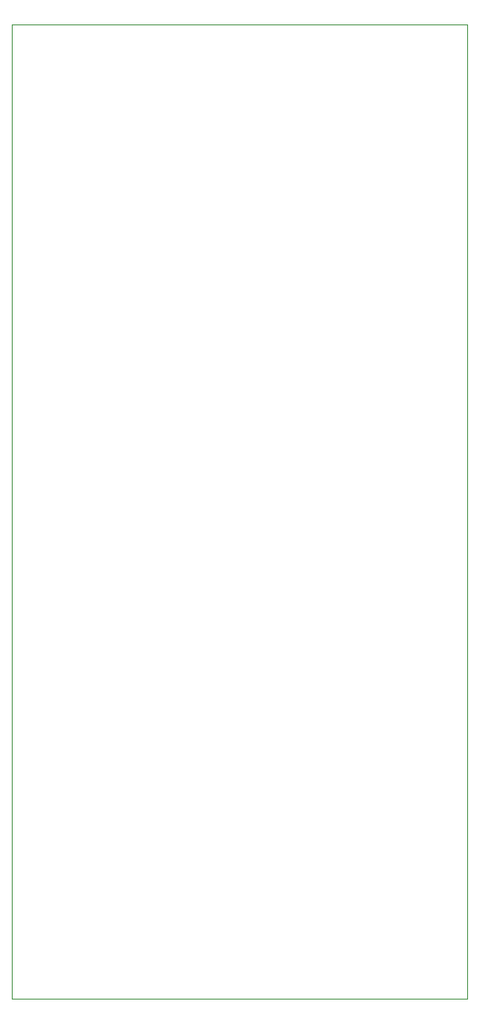
<source format=gm1>
%TF.GenerationSoftware,KiCad,Pcbnew,(5.1.10)-1*%
%TF.CreationDate,2022-04-24T20:33:29+02:00*%
%TF.ProjectId,eugenio,65756765-6e69-46f2-9e6b-696361645f70,rev?*%
%TF.SameCoordinates,Original*%
%TF.FileFunction,Profile,NP*%
%FSLAX46Y46*%
G04 Gerber Fmt 4.6, Leading zero omitted, Abs format (unit mm)*
G04 Created by KiCad (PCBNEW (5.1.10)-1) date 2022-04-24 20:33:29*
%MOMM*%
%LPD*%
G01*
G04 APERTURE LIST*
%TA.AperFunction,Profile*%
%ADD10C,0.100000*%
%TD*%
G04 APERTURE END LIST*
D10*
X50800000Y-154940000D02*
X50800000Y-90170000D01*
X96520000Y-154940000D02*
X50800000Y-154940000D01*
X96520000Y-57150000D02*
X96520000Y-90170000D01*
X50800000Y-90170000D02*
X50800000Y-57150000D01*
X96520000Y-90170000D02*
X96520000Y-154940000D01*
X50800000Y-57150000D02*
X96520000Y-57150000D01*
M02*

</source>
